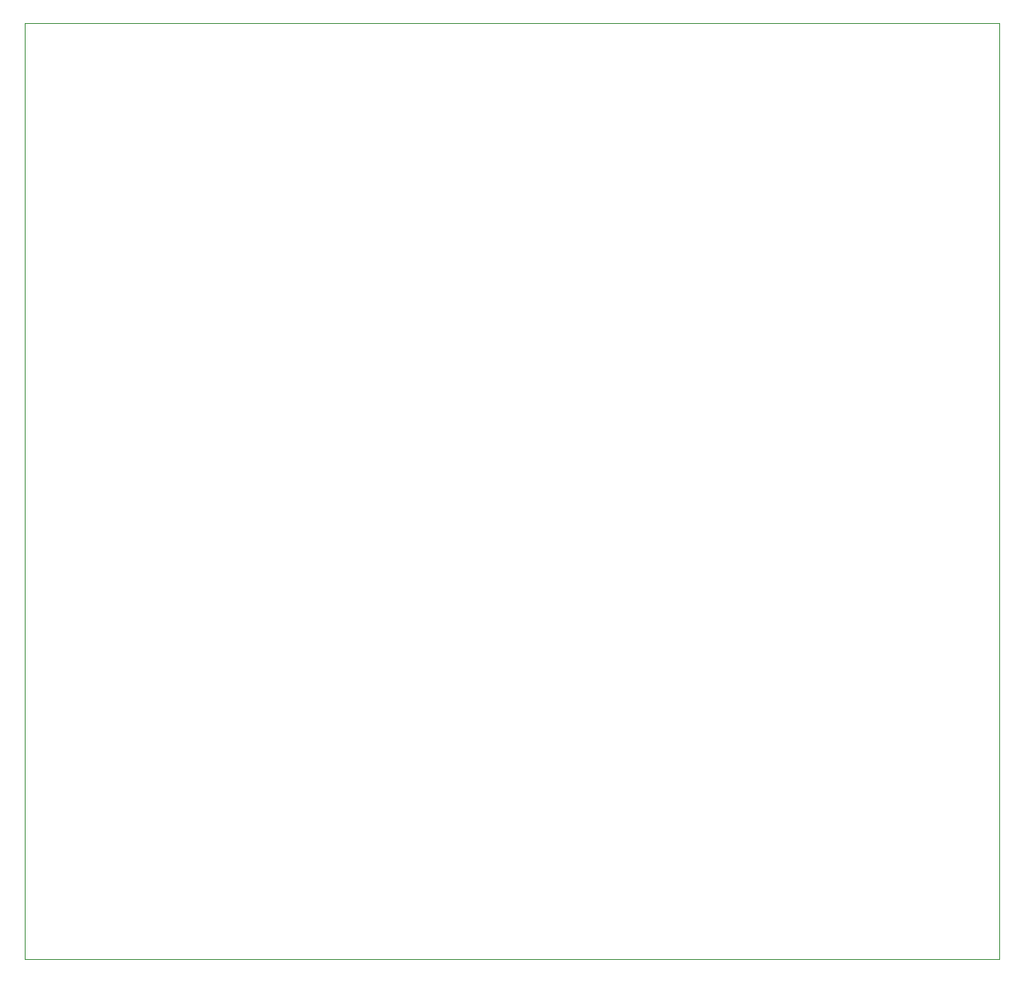
<source format=gbr>
G04 #@! TF.GenerationSoftware,KiCad,Pcbnew,(5.1.5)-3*
G04 #@! TF.CreationDate,2020-07-15T17:56:55-04:00*
G04 #@! TF.ProjectId,dmf_relay_board,646d665f-7265-46c6-9179-5f626f617264,rev?*
G04 #@! TF.SameCoordinates,Original*
G04 #@! TF.FileFunction,Profile,NP*
%FSLAX46Y46*%
G04 Gerber Fmt 4.6, Leading zero omitted, Abs format (unit mm)*
G04 Created by KiCad (PCBNEW (5.1.5)-3) date 2020-07-15 17:56:55*
%MOMM*%
%LPD*%
G04 APERTURE LIST*
%ADD10C,0.050000*%
G04 APERTURE END LIST*
D10*
X111973500Y-54041200D02*
X211973500Y-54041200D01*
X211973500Y-150156000D02*
X211973500Y-54041200D01*
X111973500Y-54041200D02*
X111973500Y-150156000D01*
X111973500Y-150156000D02*
X211973500Y-150156000D01*
M02*

</source>
